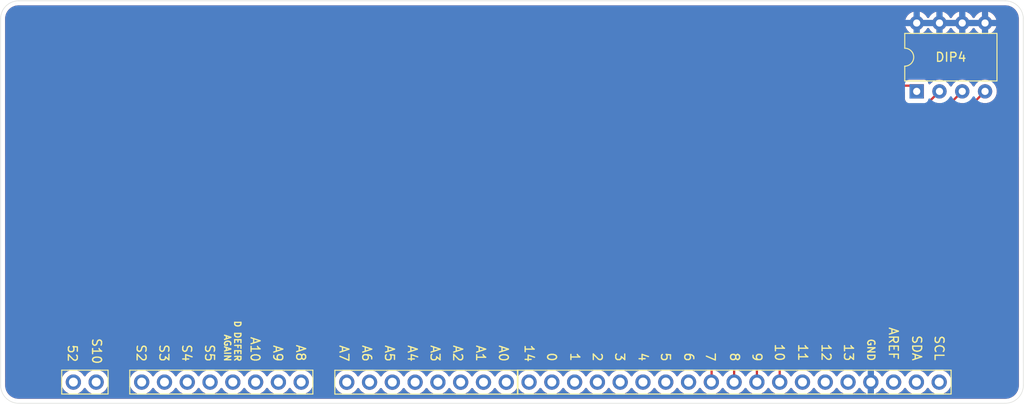
<source format=kicad_pcb>
(kicad_pcb (version 20221018) (generator pcbnew)
  (layers (0 "F.Cu" signal) (31 "B.Cu" signal) (34 "B.Paste" user) (35 "F.Paste" user) (36 "B.SilkS" user "B.Silkscreen") (37 "F.SilkS" user "F.Silkscreen") (38 "B.Mask" user) (39 "F.Mask" user) (44 "Edge.Cuts" user))
  (net 0 "")
  (net 7 "GND")
  (net 11 "SCL")
  (net 12 "SDA")
  (net 13 "AREF")
  (net 14 "D13")
  (net 15 "D12")
  (net 16 "D11")
  (net 20 "D14")
  (net 21 "D6")
  (net 22 "D5")
  (net 23 "D4")
  (net 24 "D3")
  (net 25 "D0")
  (net 26 "D1")
  (net 27 "D DEFER AGAIN")
  (net 28 "S5")
  (net 29 "S4")
  (net 30 "S3")
  (net 31 "S2")
  (net 32 "D2")
  (net 33 "DIP4")
  (net 34 "DIP3")
  (net 35 "DIP2")
  (net 36 "DIP1")
  (net 37 "S10")
  (footprint "port_nova:PinHeader_1x08_P2.54mm_Vertical" (layer "F.Cu") (at 100.934815 83.853519 -90)
    (fp_text reference "J4" hide)
    (fp_text value "Conn_01x08" hide)
    (fp_line (start -1.33 -1.3) (end -1.33 19.11) (stroke (width 0.12)) (layer "F.SilkS"))
    (fp_line (start -1.33 -1.3) (end 1.33 -1.3) (stroke (width 0.12)) (layer "F.SilkS"))
    (fp_line (start -1.33 19.11) (end 1.33 19.11) (stroke (width 0.12)) (layer "F.SilkS"))
    (fp_line (start 1.33 -1.3) (end 1.33 19.11) (stroke (width 0.12)) (layer "F.SilkS"))
    (pad "1" thru_hole circle (at 0 0 270) (size 1.7 1.7) (drill 1) (layers "*.Cu" "*.Mask"))
    (pad "2" thru_hole oval (at 0 2.54 270) (size 1.7 1.7) (drill 1) (layers "*.Cu" "*.Mask"))
    (pad "3" thru_hole oval (at 0 5.08 270) (size 1.7 1.7) (drill 1) (layers "*.Cu" "*.Mask"))
    (pad "4" thru_hole oval (at 0 7.62 270) (size 1.7 1.7) (drill 1) (layers "*.Cu" "*.Mask"))
    (pad "5" thru_hole oval (at 0 10.16 270) (size 1.7 1.7) (drill 1) (layers "*.Cu" "*.Mask"))
    (pad "6" thru_hole oval (at 0 12.7 270) (size 1.7 1.7) (drill 1) (layers "*.Cu" "*.Mask"))
    (pad "7" thru_hole oval (at 0 15.24 270) (size 1.7 1.7) (drill 1) (layers "*.Cu" "*.Mask"))
    (pad "8" thru_hole oval (at 0 17.78 270) (size 1.7 1.7) (drill 1) (layers "*.Cu" "*.Mask"))
  )
  (footprint "port_nova:PinHeader_1x08_P2.54mm_Vertical" (layer "F.Cu") (at 78.074815 83.843519 -90)
    (fp_text reference "J3" hide)
    (fp_text value "Conn_01x08" hide)
    (fp_line (start -1.33 -1.3) (end -1.33 19.11) (stroke (width 0.12)) (layer "F.SilkS"))
    (fp_line (start -1.33 -1.3) (end 1.33 -1.3) (stroke (width 0.12)) (layer "F.SilkS"))
    (fp_line (start -1.33 19.11) (end 1.33 19.11) (stroke (width 0.12)) (layer "F.SilkS"))
    (fp_line (start 1.33 -1.3) (end 1.33 19.11) (stroke (width 0.12)) (layer "F.SilkS"))
    (pad "1" thru_hole circle (at 0 0 270) (size 1.7 1.7) (drill 1) (layers "*.Cu" "*.Mask"))
    (pad "2" thru_hole oval (at 0 2.54 270) (size 1.7 1.7) (drill 1) (layers "*.Cu" "*.Mask"))
    (pad "3" thru_hole oval (at 0 5.08 270) (size 1.7 1.7) (drill 1) (layers "*.Cu" "*.Mask"))
    (pad "4" thru_hole oval (at 0 7.62 270) (size 1.7 1.7) (drill 1) (layers "*.Cu" "*.Mask") (net 27 "D DEFER AGAIN"))
    (pad "5" thru_hole oval (at 0 10.16 270) (size 1.7 1.7) (drill 1) (layers "*.Cu" "*.Mask") (net 28 "S5"))
    (pad "6" thru_hole oval (at 0 12.7 270) (size 1.7 1.7) (drill 1) (layers "*.Cu" "*.Mask") (net 29 "S4"))
    (pad "7" thru_hole oval (at 0 15.24 270) (size 1.7 1.7) (drill 1) (layers "*.Cu" "*.Mask") (net 30 "S3"))
    (pad "8" thru_hole oval (at 0 17.78 270) (size 1.7 1.7) (drill 1) (layers "*.Cu" "*.Mask") (net 31 "S2"))
  )
  (footprint "port_nova:PinHeader_1x02_P2.54mm_Vertical" (layer "F.Cu") (at 52.678815 83.843519 90)
    (fp_text reference "J7" hide)
    (fp_text value "Conn_01x02" hide)
    (fp_line (start -1.33 -1.3) (end -1.33 3.87) (stroke (width 0.12)) (layer "F.SilkS"))
    (fp_line (start -1.33 -1.3) (end 1.33 -1.3) (stroke (width 0.12)) (layer "F.SilkS"))
    (fp_line (start -1.33 3.87) (end 1.33 3.87) (stroke (width 0.12)) (layer "F.SilkS"))
    (fp_line (start 1.33 -1.3) (end 1.33 3.87) (stroke (width 0.12)) (layer "F.SilkS"))
    (pad "1" thru_hole circle (at 0 0 90) (size 1.7 1.7) (drill 1) (layers "*.Cu" "*.Mask"))
    (pad "2" thru_hole oval (at 0 2.54 90) (size 1.7 1.7) (drill 1) (layers "*.Cu" "*.Mask") (net 37 "S10"))
  )
  (footprint "port_nova:PinHeader_1x19_P2.54mm_Vertical" (layer "F.Cu") (at 103.474815 83.843519 90)
    (fp_text reference "J8" hide)
    (fp_text value "Conn_01x19" hide)
    (fp_line (start -1.33 -1.3) (end -1.33 47.05) (stroke (width 0.12)) (layer "F.SilkS"))
    (fp_line (start -1.33 -1.3) (end 1.33 -1.3) (stroke (width 0.12)) (layer "F.SilkS"))
    (fp_line (start -1.33 47.05) (end 1.33 47.05) (stroke (width 0.12)) (layer "F.SilkS"))
    (fp_line (start 1.33 -1.3) (end 1.33 47.05) (stroke (width 0.12)) (layer "F.SilkS"))
    (pad "1" thru_hole circle (at 0 0 90) (size 1.7 1.7) (drill 1) (layers "*.Cu" "*.Mask") (net 20 "D14"))
    (pad "2" thru_hole oval (at 0 2.54 90) (size 1.7 1.7) (drill 1) (layers "*.Cu" "*.Mask") (net 25 "D0"))
    (pad "3" thru_hole oval (at 0 5.08 90) (size 1.7 1.7) (drill 1) (layers "*.Cu" "*.Mask") (net 26 "D1"))
    (pad "4" thru_hole oval (at 0 7.62 90) (size 1.7 1.7) (drill 1) (layers "*.Cu" "*.Mask") (net 32 "D2"))
    (pad "5" thru_hole oval (at 0 10.16 90) (size 1.7 1.7) (drill 1) (layers "*.Cu" "*.Mask") (net 24 "D3"))
    (pad "6" thru_hole oval (at 0 12.7 90) (size 1.7 1.7) (drill 1) (layers "*.Cu" "*.Mask") (net 23 "D4"))
    (pad "7" thru_hole oval (at 0 15.24 90) (size 1.7 1.7) (drill 1) (layers "*.Cu" "*.Mask") (net 22 "D5"))
    (pad "8" thru_hole oval (at 0 17.78 90) (size 1.7 1.7) (drill 1) (layers "*.Cu" "*.Mask") (net 21 "D6"))
    (pad "9" thru_hole oval (at 0 20.32 90) (size 1.7 1.7) (drill 1) (layers "*.Cu" "*.Mask") (net 33 "DIP4"))
    (pad "10" thru_hole oval (at 0 22.86 90) (size 1.7 1.7) (drill 1) (layers "*.Cu" "*.Mask") (net 34 "DIP3"))
    (pad "11" thru_hole oval (at 0 25.4 90) (size 1.7 1.7) (drill 1) (layers "*.Cu" "*.Mask") (net 35 "DIP2"))
    (pad "12" thru_hole oval (at 0 27.94 90) (size 1.7 1.7) (drill 1) (layers "*.Cu" "*.Mask") (net 36 "DIP1"))
    (pad "13" thru_hole oval (at 0 30.48 90) (size 1.7 1.7) (drill 1) (layers "*.Cu" "*.Mask") (net 16 "D11"))
    (pad "14" thru_hole oval (at 0 33.02 90) (size 1.7 1.7) (drill 1) (layers "*.Cu" "*.Mask") (net 15 "D12"))
    (pad "15" thru_hole oval (at 0 35.56 90) (size 1.7 1.7) (drill 1) (layers "*.Cu" "*.Mask") (net 14 "D13"))
    (pad "16" thru_hole oval (at 0 38.1 90) (size 1.7 1.7) (drill 1) (layers "*.Cu" "*.Mask") (net 7 "GND"))
    (pad "17" thru_hole oval (at 0 40.64 90) (size 1.7 1.7) (drill 1) (layers "*.Cu" "*.Mask") (net 13 "AREF"))
    (pad "18" thru_hole oval (at 0 43.18 90) (size 1.7 1.7) (drill 1) (layers "*.Cu" "*.Mask") (net 12 "SDA"))
    (pad "19" thru_hole oval (at 0 45.72 90) (size 1.7 1.7) (drill 1) (layers "*.Cu" "*.Mask") (net 11 "SCL"))
  )
  (footprint "Package_DIP:DIP-8_W7.62mm" (layer "F.Cu") (at 146.685 51.435 90)
    (fp_text reference "DIP4" (at 3.81 3.81 180) (layer "F.SilkS"))
    (fp_text value "SW_DIP_x04" hide)
    (fp_line (start 1.16 -1.33) (end 1.16 8.95) (stroke (width 0.12)) (layer "F.SilkS"))
    (fp_line (start 1.16 8.95) (end 6.46 8.95) (stroke (width 0.12)) (layer "F.SilkS"))
    (fp_line (start 2.81 -1.33) (end 1.16 -1.33) (stroke (width 0.12)) (layer "F.SilkS"))
    (fp_line (start 6.46 -1.33) (end 4.81 -1.33) (stroke (width 0.12)) (layer "F.SilkS"))
    (fp_line (start 6.46 8.95) (end 6.46 -1.33) (stroke (width 0.12)) (layer "F.SilkS"))
    (fp_arc (start 4.81 -1.33) (mid 3.81 -0.33) (end 2.81 -1.33) (stroke (width 0.12)) (layer "F.SilkS"))
    (pad "1" thru_hole rect (at 0 0 90) (size 1.6 1.6) (drill 0.8) (layers "*.Cu" "*.Mask") (net 33 "DIP4"))
    (pad "2" thru_hole oval (at 0 2.54 90) (size 1.6 1.6) (drill 0.8) (layers "*.Cu" "*.Mask") (net 34 "DIP3"))
    (pad "3" thru_hole oval (at 0 5.08 90) (size 1.6 1.6) (drill 0.8) (layers "*.Cu" "*.Mask") (net 35 "DIP2"))
    (pad "4" thru_hole oval (at 0 7.62 90) (size 1.6 1.6) (drill 0.8) (layers "*.Cu" "*.Mask") (net 36 "DIP1"))
    (pad "5" thru_hole oval (at 7.62 7.62 90) (size 1.6 1.6) (drill 0.8) (layers "*.Cu" "*.Mask") (net 7 "GND"))
    (pad "6" thru_hole oval (at 7.62 5.08 90) (size 1.6 1.6) (drill 0.8) (layers "*.Cu" "*.Mask") (net 7 "GND"))
    (pad "7" thru_hole oval (at 7.62 2.54 90) (size 1.6 1.6) (drill 0.8) (layers "*.Cu" "*.Mask") (net 7 "GND"))
    (pad "8" thru_hole oval (at 7.62 0 90) (size 1.6 1.6) (drill 0.8) (layers "*.Cu" "*.Mask") (net 7 "GND"))
  )
  (gr_line (start 44.568 43.346) (end 44.575 84.200001) (stroke (width 0.05)) (layer "Edge.Cuts"))
  (gr_arc (start 156.568 41.346) (mid 157.982214 41.931786) (end 158.568 43.346) (stroke (width 0.05)) (layer "Edge.Cuts"))
  (gr_arc (start 158.575 84.200001) (mid 157.989214 85.614214) (end 156.575 86.2) (stroke (width 0.05)) (layer "Edge.Cuts"))
  (gr_arc (start 44.568 43.346) (mid 45.153786 41.931786) (end 46.568 41.346) (stroke (width 0.05)) (layer "Edge.Cuts"))
  (gr_line (start 156.568 41.346) (end 46.568 41.346) (stroke (width 0.05)) (layer "Edge.Cuts"))
  (gr_line (start 158.575 84.200001) (end 158.568 43.346) (stroke (width 0.05)) (layer "Edge.Cuts"))
  (gr_arc (start 46.575 86.2) (mid 45.160786 85.614214) (end 44.575 84.200001) (stroke (width 0.05)) (layer "Edge.Cuts"))
  (gr_line (start 46.575 86.2) (end 156.575 86.2) (stroke (width 0.05)) (layer "Edge.Cuts"))
  (gr_text "S3" (at 62.781815 80.600519 270) (layer "F.SilkS") (effects (font (size 1 1))))
  (gr_text "S4" (at 65.321815 80.600519 270) (layer "F.SilkS") (effects (font (size 1 1))))
  (gr_text "S5" (at 67.871815 80.600519 270) (layer "F.SilkS") (effects (font (size 1 1))))
  (gr_text "D DEFER\nAGAIN" (at 70.411815 81.616519 270) (layer "F.SilkS") (effects (font (size 0.7 0.7)) (justify right)))
  (gr_text "A10" (at 72.942815 80.189519 -90) (layer "F.SilkS") (effects (font (size 1 1))))
  (gr_text "A8" (at 78.022815 80.589519 -90) (layer "F.SilkS") (effects (font (size 1 1))))
  (gr_text "A3" (at 93.008815 80.643519 -90) (layer "F.SilkS") (effects (font (size 1 1))))
  (gr_text "A2" (at 95.528815 80.643519 -90) (layer "F.SilkS") (effects (font (size 1 1))))
  (gr_text "A0" (at 100.628815 80.643519 -90) (layer "F.SilkS") (effects (font (size 1 1))))
  (gr_text "A4" (at 90.468815 80.643519 -90) (layer "F.SilkS") (effects (font (size 1 1))))
  (gr_text "A6" (at 85.388815 80.643519 -90) (layer "F.SilkS") (effects (font (size 1 1))))
  (gr_text "A1" (at 98.088815 80.643519 -90) (layer "F.SilkS") (effects (font (size 1 1))))
  (gr_text "A7" (at 82.848815 80.643519 -90) (layer "F.SilkS") (effects (font (size 1 1))))
  (gr_text "A5" (at 87.928815 80.643519 -90) (layer "F.SilkS") (effects (font (size 1 1))))
  (gr_text "14" (at 103.494815 80.643519 -90) (layer "F.SilkS") (effects (font (size 1 1))))
  (gr_text "10" (at 131.394815 80.543519 -90) (layer "F.SilkS") (effects (font (size 1 1))))
  (gr_text "11" (at 133.994815 80.543519 -90) (layer "F.SilkS") (effects (font (size 1 1))))
  (gr_text "12" (at 136.594815 80.543519 -90) (layer "F.SilkS") (effects (font (size 1 1))))
  (gr_text "13" (at 139.094815 80.543519 -90) (layer "F.SilkS") (effects (font (size 1 1))))
  (gr_text "S10" (at 55.276815 80.389519 270) (layer "F.SilkS") (effects (font (size 1 1))))
  (gr_text "52" (at 52.576815 80.639519 270) (layer "F.SilkS") (effects (font (size 1 1))))
  (gr_text "6" (at 121.294815 81.043519 -90) (layer "F.SilkS") (effects (font (size 1 1))))
  (gr_text "7" (at 123.694815 81.043519 -90) (layer "F.SilkS") (effects (font (size 1 1))))
  (gr_text "8" (at 126.394815 81.043519 -90) (layer "F.SilkS") (effects (font (size 1 1))))
  (gr_text "0" (at 105.994815 81.043519 -90) (layer "F.SilkS") (effects (font (size 1 1))))
  (gr_text "3" (at 113.594815 81.043519 -90) (layer "F.SilkS") (effects (font (size 1 1))))
  (gr_text "2" (at 111.094815 81.043519 -90) (layer "F.SilkS") (effects (font (size 1 1))))
  (gr_text "9" (at 128.894815 81.043519 -90) (layer "F.SilkS") (effects (font (size 1 1))))
  (gr_text "4" (at 116.194815 81.043519 -90) (layer "F.SilkS") (effects (font (size 1 1))))
  (gr_text "1" (at 108.594815 81.043519 -90) (layer "F.SilkS") (effects (font (size 1 1))))
  (gr_text "5" (at 118.694815 81.043519 -90) (layer "F.SilkS") (effects (font (size 1 1))))
  (gr_text "GND" (at 141.594815 80.243519 -90) (layer "F.SilkS") (effects (font (size 0.8 0.8))))
  (gr_text "AREF" (at 144.094815 79.543519 -90) (layer "F.SilkS") (effects (font (size 1 1))))
  (gr_text "SDA" (at 146.694815 80.043519 -90) (layer "F.SilkS") (effects (font (size 1 1))))
  (gr_text "SCL" (at 149.194815 80.043519 -90) (layer "F.SilkS") (effects (font (size 1 1))))
  (gr_text "A9" (at 75.472815 80.639519 -90) (layer "F.SilkS") (effects (font (size 1 1))))
  (gr_text "S2\n" (at 60.241815 80.600519 270) (layer "F.SilkS") (effects (font (size 1 1))))
  (segment (start 123.794815 83.843519) (end 123.825 83.813334) (width 0.25) (layer "F.Cu") (net 33))
  (segment (start 128.27 50.8) (end 146.05 50.8) (width 0.25) (layer "F.Cu") (net 33))
  (segment (start 146.05 50.8) (end 146.685 51.435) (width 0.25) (layer "F.Cu") (net 33))
  (segment (start 123.825 55.245) (end 128.27 50.8) (width 0.25) (layer "F.Cu") (net 33))
  (segment (start 123.825 83.813334) (end 123.825 55.245) (width 0.25) (layer "F.Cu") (net 33))
  (segment (start 126.334815 56.515) (end 126.365 56.515) (width 0.25) (layer "F.Cu") (net 34))
  (segment (start 149.225 51.435) (end 147.32 53.34) (width 0.25) (layer "F.Cu") (net 34))
  (segment (start 126.334815 83.843519) (end 126.334815 56.515) (width 0.25) (layer "F.Cu") (net 34))
  (segment (start 147.32 53.34) (end 129.54 53.34) (width 0.25) (layer "F.Cu") (net 34))
  (segment (start 126.365 56.515) (end 129.54 53.34) (width 0.25) (layer "F.Cu") (net 34))
  (segment (start 128.874815 83.843519) (end 128.874815 57.15) (width 0.25) (layer "F.Cu") (net 35))
  (segment (start 148.59 54.61) (end 131.445 54.61) (width 0.25) (layer "F.Cu") (net 35))
  (segment (start 151.765 51.435) (end 148.59 54.61) (width 0.25) (layer "F.Cu") (net 35))
  (segment (start 128.874815 57.15) (end 128.905 57.15) (width 0.25) (layer "F.Cu") (net 35))
  (segment (start 128.905 57.15) (end 131.445 54.61) (width 0.25) (layer "F.Cu") (net 35))
  (segment (start 132.715 55.88) (end 149.86 55.88) (width 0.25) (layer "F.Cu") (net 36))
  (segment (start 149.86 55.88) (end 154.305 51.435) (width 0.25) (layer "F.Cu") (net 36))
  (segment (start 131.414815 57.180185) (end 132.715 55.88) (width 0.25) (layer "F.Cu") (net 36))
  (segment (start 131.414815 83.843519) (end 131.414815 57.180185) (width 0.25) (layer "F.Cu") (net 36))
  (zone (net 0) (net_name "") (layer "F.Cu") (priority 1) (connect_pads (clearance 0.508)) (min_thickness 0.25) (fill yes (thermal_gap 0.5) (thermal_bridge_width 0.5))
    (polygon (pts (xy 44.5 41.25) (xy 44.65 86.4) (xy 158.45 86.2) (xy 158.65 41.25)))
  )
  (zone (net 7) (net_name "GND") (layer "B.Cu") (connect_pads (clearance 0.508)) (min_thickness 0.254) (fill yes (thermal_gap 0.508) (thermal_bridge_width 0.7))
    (polygon (pts (xy 158.45 86.2) (xy 44.65 86.4) (xy 44.5 41.25) (xy 158.65 41.25)))
  )
)
</source>
